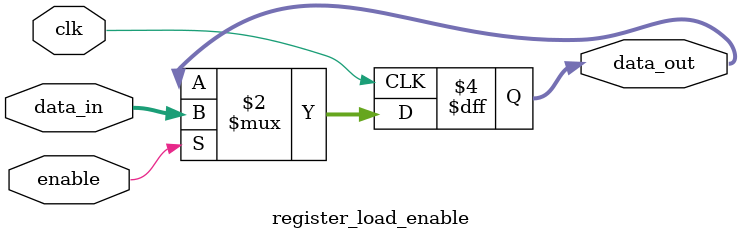
<source format=v>
module register_load_enable(clk, enable, data_in, data_out);
    input clk, enable;
    input [7:0] data_in;
    output reg [7:0] data_out;
    
    always @(posedge clk) begin
        if (enable) data_out <= data_in;
    end
endmodule


</source>
